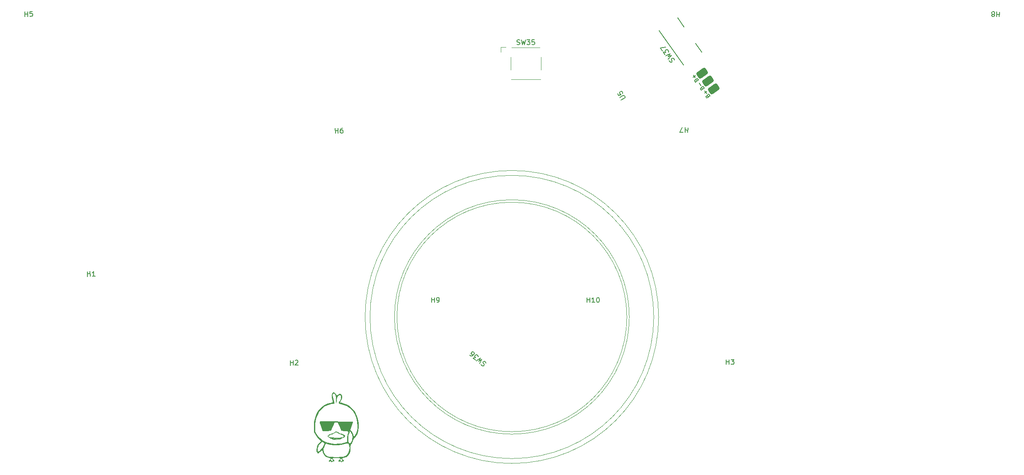
<source format=gbr>
%TF.GenerationSoftware,KiCad,Pcbnew,(6.0.4)*%
%TF.CreationDate,2022-10-17T18:10:13+02:00*%
%TF.ProjectId,Batreeq,42617472-6565-4712-9e6b-696361645f70,rev?*%
%TF.SameCoordinates,Original*%
%TF.FileFunction,Legend,Top*%
%TF.FilePolarity,Positive*%
%FSLAX46Y46*%
G04 Gerber Fmt 4.6, Leading zero omitted, Abs format (unit mm)*
G04 Created by KiCad (PCBNEW (6.0.4)) date 2022-10-17 18:10:13*
%MOMM*%
%LPD*%
G01*
G04 APERTURE LIST*
G04 Aperture macros list*
%AMRoundRect*
0 Rectangle with rounded corners*
0 $1 Rounding radius*
0 $2 $3 $4 $5 $6 $7 $8 $9 X,Y pos of 4 corners*
0 Add a 4 corners polygon primitive as box body*
4,1,4,$2,$3,$4,$5,$6,$7,$8,$9,$2,$3,0*
0 Add four circle primitives for the rounded corners*
1,1,$1+$1,$2,$3*
1,1,$1+$1,$4,$5*
1,1,$1+$1,$6,$7*
1,1,$1+$1,$8,$9*
0 Add four rect primitives between the rounded corners*
20,1,$1+$1,$2,$3,$4,$5,0*
20,1,$1+$1,$4,$5,$6,$7,0*
20,1,$1+$1,$6,$7,$8,$9,0*
20,1,$1+$1,$8,$9,$2,$3,0*%
G04 Aperture macros list end*
%ADD10C,0.150000*%
%ADD11C,0.100000*%
%ADD12C,0.120000*%
%ADD13RoundRect,0.375000X-0.827182X-0.137458X-0.386343X-0.744220X0.827182X0.137458X0.386343X0.744220X0*%
G04 APERTURE END LIST*
D10*
%TO.C,H10*%
X165209250Y-95308456D02*
X165209250Y-94308456D01*
X165209250Y-94784647D02*
X165780679Y-94784647D01*
X165780679Y-95308456D02*
X165780679Y-94308456D01*
X166780679Y-95308456D02*
X166209250Y-95308456D01*
X166494965Y-95308456D02*
X166494965Y-94308456D01*
X166399726Y-94451314D01*
X166304488Y-94546552D01*
X166209250Y-94594171D01*
X167399726Y-94308456D02*
X167494965Y-94308456D01*
X167590203Y-94356076D01*
X167637822Y-94403695D01*
X167685441Y-94498933D01*
X167733060Y-94689409D01*
X167733060Y-94927504D01*
X167685441Y-95117980D01*
X167637822Y-95213218D01*
X167590203Y-95260837D01*
X167494965Y-95308456D01*
X167399726Y-95308456D01*
X167304488Y-95260837D01*
X167256869Y-95213218D01*
X167209250Y-95117980D01*
X167161631Y-94927504D01*
X167161631Y-94689409D01*
X167209250Y-94498933D01*
X167256869Y-94403695D01*
X167304488Y-94356076D01*
X167399726Y-94308456D01*
%TO.C,H8*%
X249509981Y-35810763D02*
X249475082Y-36810154D01*
X249491700Y-36334254D02*
X248920620Y-36314311D01*
X248938901Y-35790821D02*
X248904001Y-36790211D01*
X248300287Y-36340297D02*
X248393806Y-36391210D01*
X248439734Y-36440462D01*
X248484000Y-36537304D01*
X248482338Y-36584894D01*
X248431424Y-36678413D01*
X248382172Y-36724341D01*
X248285331Y-36768607D01*
X248094970Y-36761960D01*
X248001452Y-36711046D01*
X247955524Y-36661794D01*
X247911258Y-36564952D01*
X247912920Y-36517362D01*
X247963833Y-36423844D01*
X248013085Y-36377915D01*
X248109927Y-36333649D01*
X248300287Y-36340297D01*
X248397129Y-36296030D01*
X248446381Y-36250102D01*
X248497295Y-36156584D01*
X248503943Y-35966224D01*
X248459676Y-35869382D01*
X248413748Y-35820130D01*
X248320230Y-35769216D01*
X248129870Y-35762569D01*
X248033028Y-35806835D01*
X247983776Y-35852763D01*
X247932862Y-35946281D01*
X247926215Y-36136641D01*
X247970481Y-36233483D01*
X248016409Y-36282735D01*
X248109927Y-36333649D01*
%TO.C,H9*%
X133427438Y-95308459D02*
X133427438Y-94308459D01*
X133427438Y-94784650D02*
X133998866Y-94784650D01*
X133998866Y-95308459D02*
X133998866Y-94308459D01*
X134522676Y-95308459D02*
X134713152Y-95308459D01*
X134808390Y-95260840D01*
X134856009Y-95213221D01*
X134951247Y-95070364D01*
X134998866Y-94879888D01*
X134998866Y-94498936D01*
X134951247Y-94403698D01*
X134903628Y-94356079D01*
X134808390Y-94308459D01*
X134617914Y-94308459D01*
X134522676Y-94356079D01*
X134475057Y-94403698D01*
X134427438Y-94498936D01*
X134427438Y-94737031D01*
X134475057Y-94832269D01*
X134522676Y-94879888D01*
X134617914Y-94927507D01*
X134808390Y-94927507D01*
X134903628Y-94879888D01*
X134951247Y-94832269D01*
X134998866Y-94737031D01*
%TO.C,H3*%
X193662295Y-108006745D02*
X193662295Y-107006745D01*
X193662295Y-107482936D02*
X194233723Y-107482936D01*
X194233723Y-108006745D02*
X194233723Y-107006745D01*
X194614676Y-107006745D02*
X195233723Y-107006745D01*
X194900390Y-107387698D01*
X195043247Y-107387698D01*
X195138485Y-107435317D01*
X195186104Y-107482936D01*
X195233723Y-107578174D01*
X195233723Y-107816269D01*
X195186104Y-107911507D01*
X195138485Y-107959126D01*
X195043247Y-108006745D01*
X194757533Y-108006745D01*
X194662295Y-107959126D01*
X194614676Y-107911507D01*
%TO.C,H6*%
X113767602Y-60652174D02*
X113750150Y-59652326D01*
X113758460Y-60128444D02*
X114329802Y-60118471D01*
X114338943Y-60642201D02*
X114321491Y-59642353D01*
X115226115Y-59626563D02*
X115035668Y-59629887D01*
X114941275Y-59679161D01*
X114894495Y-59727604D01*
X114801764Y-59872101D01*
X114757477Y-60063380D01*
X114764125Y-60444274D01*
X114813399Y-60538667D01*
X114861842Y-60585447D01*
X114957897Y-60631397D01*
X115148344Y-60628073D01*
X115242736Y-60578799D01*
X115289517Y-60530356D01*
X115335467Y-60434301D01*
X115331312Y-60196242D01*
X115282038Y-60101850D01*
X115233595Y-60055069D01*
X115137540Y-60009119D01*
X114947093Y-60012444D01*
X114852700Y-60061718D01*
X114805920Y-60110160D01*
X114759970Y-60206215D01*
%TO.C,SW36*%
X144568402Y-107693189D02*
X144489576Y-107564884D01*
X144307185Y-107411840D01*
X144203619Y-107387100D01*
X144136532Y-107392969D01*
X144038836Y-107435317D01*
X143977618Y-107508274D01*
X143952878Y-107611839D01*
X143958748Y-107678926D01*
X144001095Y-107776623D01*
X144116400Y-107935537D01*
X144158747Y-108033233D01*
X144164617Y-108100320D01*
X144139877Y-108203886D01*
X144078659Y-108276842D01*
X143980963Y-108319190D01*
X143913876Y-108325059D01*
X143810310Y-108300320D01*
X143627919Y-108147275D01*
X143549093Y-108018970D01*
X143263136Y-107841186D02*
X143723532Y-106922097D01*
X143118484Y-107346836D01*
X143431705Y-106677225D01*
X142606526Y-107290225D01*
X142387656Y-107106571D02*
X141913438Y-106708655D01*
X142413658Y-106631091D01*
X142304223Y-106539265D01*
X142261875Y-106441568D01*
X142256006Y-106374481D01*
X142280745Y-106270916D01*
X142433790Y-106088524D01*
X142531486Y-106046176D01*
X142598574Y-106040307D01*
X142702139Y-106065047D01*
X142921009Y-106248700D01*
X142963357Y-106346396D01*
X142969226Y-106413484D01*
X141256829Y-106157694D02*
X141402742Y-106280130D01*
X141506307Y-106304870D01*
X141573395Y-106299000D01*
X141738178Y-106250783D01*
X141897092Y-106135479D01*
X142141964Y-105843653D01*
X142166703Y-105740087D01*
X142160834Y-105673000D01*
X142118486Y-105575304D01*
X141972573Y-105452868D01*
X141869007Y-105428128D01*
X141801920Y-105433998D01*
X141704224Y-105476345D01*
X141551179Y-105658737D01*
X141526440Y-105762302D01*
X141532309Y-105829390D01*
X141574657Y-105927086D01*
X141720570Y-106049522D01*
X141824136Y-106074261D01*
X141891223Y-106068392D01*
X141988919Y-106026044D01*
%TO.C,H2*%
X104590118Y-108196652D02*
X104555218Y-107197261D01*
X104571837Y-107673162D02*
X105142918Y-107653219D01*
X105161198Y-108176709D02*
X105126299Y-107177319D01*
X105557933Y-107257542D02*
X105603861Y-107208290D01*
X105697379Y-107157376D01*
X105935329Y-107149067D01*
X106032171Y-107193333D01*
X106081423Y-107239261D01*
X106132337Y-107332779D01*
X106135661Y-107427959D01*
X106093056Y-107572391D01*
X105541919Y-108163414D01*
X106160589Y-108141810D01*
%TO.C,PAD1*%
X188677474Y-51417993D02*
X188641118Y-51303142D01*
X188649546Y-51249930D01*
X188688794Y-51174327D01*
X188781253Y-51107152D01*
X188865284Y-51093188D01*
X188918495Y-51101615D01*
X188994099Y-51140863D01*
X189173233Y-51387421D01*
X188526020Y-51857649D01*
X188369277Y-51641911D01*
X188355313Y-51557880D01*
X188363741Y-51504668D01*
X188402988Y-51429065D01*
X188464628Y-51384281D01*
X188548659Y-51370317D01*
X188601871Y-51378745D01*
X188677474Y-51417993D01*
X188834217Y-51633731D01*
X188456447Y-50919342D02*
X188098178Y-50426226D01*
X187501904Y-49799959D02*
X187465548Y-49685108D01*
X187473976Y-49631896D01*
X187513224Y-49556293D01*
X187605683Y-49489118D01*
X187689714Y-49475154D01*
X187742925Y-49483581D01*
X187818529Y-49522829D01*
X187997663Y-49769387D01*
X187350450Y-50239615D01*
X187193707Y-50023877D01*
X187179743Y-49939846D01*
X187188171Y-49886634D01*
X187227418Y-49811031D01*
X187289058Y-49766247D01*
X187373089Y-49752283D01*
X187426301Y-49760711D01*
X187501904Y-49799959D01*
X187658647Y-50015697D01*
X187280877Y-49301308D02*
X186922608Y-48808192D01*
X187348301Y-48875615D02*
X186855185Y-49233885D01*
X189853045Y-53036027D02*
X189816689Y-52921176D01*
X189825117Y-52867964D01*
X189864365Y-52792361D01*
X189956824Y-52725186D01*
X190040855Y-52711222D01*
X190094066Y-52719649D01*
X190169670Y-52758897D01*
X190348804Y-53005455D01*
X189701591Y-53475683D01*
X189544848Y-53259945D01*
X189530884Y-53175914D01*
X189539312Y-53122702D01*
X189578559Y-53047099D01*
X189640199Y-53002315D01*
X189724230Y-52988351D01*
X189777442Y-52996779D01*
X189853045Y-53036027D01*
X190009788Y-53251765D01*
X189632018Y-52537376D02*
X189273749Y-52044260D01*
X189699442Y-52111683D02*
X189206326Y-52469953D01*
%TO.C,H1*%
X63087440Y-89990612D02*
X63052540Y-88991221D01*
X63069159Y-89467122D02*
X63640240Y-89447179D01*
X63658520Y-89970669D02*
X63623621Y-88971279D01*
X64657911Y-89935770D02*
X64086831Y-89955712D01*
X64372371Y-89945741D02*
X64337471Y-88946350D01*
X64247277Y-89092444D01*
X64155421Y-89190948D01*
X64061902Y-89241862D01*
%TO.C,H7*%
X185824249Y-59508512D02*
X185789350Y-60507903D01*
X185805968Y-60032003D02*
X185234888Y-60012060D01*
X185253169Y-59488570D02*
X185218269Y-60487960D01*
X184837549Y-60474665D02*
X184171288Y-60451399D01*
X184634498Y-59466965D01*
%TO.C,U5*%
X172137356Y-53857755D02*
X172858647Y-53490239D01*
X172921886Y-53404573D01*
X172942696Y-53340526D01*
X172941888Y-53234049D01*
X172855414Y-53064334D01*
X172769748Y-53001095D01*
X172705700Y-52980284D01*
X172599224Y-52981093D01*
X171877933Y-53348609D01*
X171445561Y-52500031D02*
X171661747Y-52924320D01*
X172107654Y-52750563D01*
X172043607Y-52729753D01*
X171957941Y-52666514D01*
X171849848Y-52454369D01*
X171849039Y-52347893D01*
X171869850Y-52283845D01*
X171933089Y-52198179D01*
X172145233Y-52090086D01*
X172251710Y-52089278D01*
X172315757Y-52110088D01*
X172401423Y-52173327D01*
X172509516Y-52385472D01*
X172510324Y-52491948D01*
X172489514Y-52555996D01*
%TO.C,SW35*%
X150867823Y-42472839D02*
X151010680Y-42520458D01*
X151248775Y-42520458D01*
X151344013Y-42472839D01*
X151391632Y-42425220D01*
X151439251Y-42329982D01*
X151439251Y-42234744D01*
X151391632Y-42139506D01*
X151344013Y-42091887D01*
X151248775Y-42044268D01*
X151058299Y-41996649D01*
X150963061Y-41949030D01*
X150915442Y-41901411D01*
X150867823Y-41806173D01*
X150867823Y-41710935D01*
X150915442Y-41615697D01*
X150963061Y-41568078D01*
X151058299Y-41520458D01*
X151296394Y-41520458D01*
X151439251Y-41568078D01*
X151772585Y-41520458D02*
X152010680Y-42520458D01*
X152201156Y-41806173D01*
X152391632Y-42520458D01*
X152629727Y-41520458D01*
X152915442Y-41520458D02*
X153534489Y-41520458D01*
X153201156Y-41901411D01*
X153344013Y-41901411D01*
X153439251Y-41949030D01*
X153486870Y-41996649D01*
X153534489Y-42091887D01*
X153534489Y-42329982D01*
X153486870Y-42425220D01*
X153439251Y-42472839D01*
X153344013Y-42520458D01*
X153058299Y-42520458D01*
X152963061Y-42472839D01*
X152915442Y-42425220D01*
X154439251Y-41520458D02*
X153963061Y-41520458D01*
X153915442Y-41996649D01*
X153963061Y-41949030D01*
X154058299Y-41901411D01*
X154296394Y-41901411D01*
X154391632Y-41949030D01*
X154439251Y-41996649D01*
X154486870Y-42091887D01*
X154486870Y-42329982D01*
X154439251Y-42425220D01*
X154391632Y-42472839D01*
X154296394Y-42520458D01*
X154058299Y-42520458D01*
X153963061Y-42472839D01*
X153915442Y-42425220D01*
%TO.C,SW37*%
X183065996Y-45687956D02*
X183023064Y-45543621D01*
X182886498Y-45348585D01*
X182792865Y-45297883D01*
X182726544Y-45286189D01*
X182621217Y-45301808D01*
X182543202Y-45356435D01*
X182492501Y-45450068D01*
X182480807Y-45516389D01*
X182496426Y-45621716D01*
X182566671Y-45805058D01*
X182582290Y-45910386D01*
X182570596Y-45976706D01*
X182519895Y-46070340D01*
X182441880Y-46124966D01*
X182336553Y-46140585D01*
X182270232Y-46128891D01*
X182176599Y-46078190D01*
X182040033Y-45883154D01*
X181997101Y-45738819D01*
X181766901Y-45493081D02*
X182449488Y-44724469D01*
X181755126Y-44978137D01*
X182230982Y-44412411D01*
X181275264Y-44790951D01*
X181111385Y-44556908D02*
X180756314Y-44049814D01*
X181259564Y-44104359D01*
X181177625Y-43987337D01*
X181162006Y-43882010D01*
X181173700Y-43815689D01*
X181224401Y-43722056D01*
X181419437Y-43585490D01*
X181524765Y-43569871D01*
X181591085Y-43581565D01*
X181684719Y-43632266D01*
X181848598Y-43866310D01*
X181864217Y-43971637D01*
X181852523Y-44037958D01*
X180565122Y-43776763D02*
X180182738Y-43230662D01*
X181247708Y-43008150D01*
%TO.C,H5*%
X50313336Y-36777998D02*
X50278436Y-35778607D01*
X50295055Y-36254508D02*
X50866136Y-36234565D01*
X50884416Y-36758055D02*
X50849517Y-35758665D01*
X51801318Y-35725427D02*
X51325417Y-35742046D01*
X51294446Y-36219608D01*
X51340374Y-36170356D01*
X51433892Y-36119442D01*
X51671842Y-36111133D01*
X51768684Y-36155399D01*
X51817936Y-36201327D01*
X51868850Y-36294846D01*
X51877160Y-36532796D01*
X51832893Y-36629638D01*
X51786965Y-36678890D01*
X51693447Y-36729803D01*
X51455497Y-36738113D01*
X51358655Y-36693847D01*
X51309403Y-36647918D01*
%TO.C,U1*%
%TO.C,G\u002A\u002A\u002A*%
G36*
X112946223Y-123250294D02*
G01*
X112802500Y-123180919D01*
X112469303Y-123005502D01*
X112273844Y-122867817D01*
X112193661Y-122750734D01*
X112192891Y-122744894D01*
X112369130Y-122744894D01*
X112385555Y-122765777D01*
X112565983Y-122860637D01*
X112876248Y-122938544D01*
X113277487Y-122997150D01*
X113730834Y-123034105D01*
X114197425Y-123047063D01*
X114638396Y-123033673D01*
X115014882Y-122991589D01*
X115236667Y-122938054D01*
X115464017Y-122828460D01*
X115522717Y-122713241D01*
X115413306Y-122593698D01*
X115136325Y-122471135D01*
X115028323Y-122436304D01*
X114726810Y-122326410D01*
X114469835Y-122201366D01*
X114345533Y-122115329D01*
X114083922Y-121968350D01*
X113798867Y-121985550D01*
X113571858Y-122113069D01*
X113369029Y-122231633D01*
X113081997Y-122352728D01*
X112906646Y-122410514D01*
X112576632Y-122527458D01*
X112394352Y-122641037D01*
X112369130Y-122744894D01*
X112192891Y-122744894D01*
X112188667Y-122712873D01*
X112267767Y-122525790D01*
X112482908Y-122364813D01*
X112800845Y-122251908D01*
X112920545Y-122229263D01*
X113216681Y-122140942D01*
X113497273Y-121992994D01*
X113516517Y-121979133D01*
X113814795Y-121814040D01*
X114082192Y-121804342D01*
X114356181Y-121950513D01*
X114405440Y-121990333D01*
X114617405Y-122130438D01*
X114813921Y-122201682D01*
X114840996Y-122203859D01*
X115028597Y-122239386D01*
X115284747Y-122326666D01*
X115390908Y-122371773D01*
X115621319Y-122494866D01*
X115721479Y-122608757D01*
X115729575Y-122721100D01*
X115653718Y-122898121D01*
X115575333Y-122969783D01*
X115174004Y-123170271D01*
X114867942Y-123302338D01*
X114605688Y-123382090D01*
X114335781Y-123425633D01*
X114051333Y-123446775D01*
X113715253Y-123457950D01*
X113465142Y-123438742D01*
X113231849Y-123374430D01*
X113172230Y-123348519D01*
X113736044Y-123348519D01*
X113842418Y-123361803D01*
X113966667Y-123364273D01*
X114149788Y-123357668D01*
X114200057Y-123340782D01*
X114157167Y-123327581D01*
X113910449Y-123313574D01*
X113776167Y-123327581D01*
X113736044Y-123348519D01*
X113172230Y-123348519D01*
X113020151Y-123282424D01*
X113326055Y-123282424D01*
X113409278Y-123295982D01*
X113519092Y-123280416D01*
X113520403Y-123251514D01*
X113407086Y-123231302D01*
X113358125Y-123244830D01*
X113326055Y-123282424D01*
X113020151Y-123282424D01*
X112946223Y-123250294D01*
G37*
G36*
X114559333Y-127558688D02*
G01*
X114705540Y-127409332D01*
X114728937Y-127305538D01*
X114618013Y-127240288D01*
X114361257Y-127206564D01*
X113966667Y-127197333D01*
X113631108Y-127204690D01*
X113370943Y-127224395D01*
X113223942Y-127252903D01*
X113204667Y-127268878D01*
X113261279Y-127373387D01*
X113374000Y-127493667D01*
X113509387Y-127660835D01*
X113539233Y-127795994D01*
X113462939Y-127859921D01*
X113379468Y-127851564D01*
X113222860Y-127866398D01*
X113170458Y-127926356D01*
X113068956Y-128035177D01*
X112948213Y-128000050D01*
X112897213Y-127918550D01*
X112817086Y-127838038D01*
X112693769Y-127876217D01*
X112524939Y-127949921D01*
X112454899Y-127913715D01*
X112442667Y-127790717D01*
X112483973Y-127681925D01*
X112645036Y-127681925D01*
X112739585Y-127676575D01*
X112811279Y-127630947D01*
X112911419Y-127587828D01*
X112979204Y-127688159D01*
X112991633Y-127724715D01*
X113042603Y-127847021D01*
X113079643Y-127814375D01*
X113091945Y-127773526D01*
X113186511Y-127669609D01*
X113273471Y-127675574D01*
X113345225Y-127682347D01*
X113283630Y-127607412D01*
X113236030Y-127565048D01*
X113084885Y-127404381D01*
X113009881Y-127282000D01*
X112971843Y-127209287D01*
X112957351Y-127300188D01*
X112883743Y-127451266D01*
X112774082Y-127539881D01*
X112656426Y-127628654D01*
X112645036Y-127681925D01*
X112483973Y-127681925D01*
X112509258Y-127615328D01*
X112612000Y-127516351D01*
X112756231Y-127390289D01*
X112744263Y-127283560D01*
X112571377Y-127189755D01*
X112321139Y-127121292D01*
X111867786Y-126937019D01*
X111495769Y-126619178D01*
X111232341Y-126194667D01*
X111154954Y-125970314D01*
X111053684Y-125591676D01*
X110838009Y-125728766D01*
X110623927Y-125895796D01*
X110432153Y-126087095D01*
X110241972Y-126308333D01*
X110062558Y-126096667D01*
X109931987Y-125821759D01*
X109910718Y-125559932D01*
X110157449Y-125559932D01*
X110165017Y-125785442D01*
X110202010Y-125914029D01*
X110226186Y-125927333D01*
X110318619Y-125872824D01*
X110492418Y-125730307D01*
X110665380Y-125571779D01*
X111355529Y-125571779D01*
X111437471Y-125951525D01*
X111538746Y-126188085D01*
X111716306Y-126459822D01*
X111940130Y-126668617D01*
X112231181Y-126820568D01*
X112610419Y-126921771D01*
X113098806Y-126978324D01*
X113717303Y-126996325D01*
X114288465Y-126987941D01*
X114771045Y-126971116D01*
X115122605Y-126947484D01*
X115381454Y-126911307D01*
X115585903Y-126856850D01*
X115774260Y-126778376D01*
X115812465Y-126759744D01*
X116186166Y-126484326D01*
X116458741Y-126095514D01*
X116618145Y-125623920D01*
X116652334Y-125100157D01*
X116602774Y-124750964D01*
X116517753Y-124443084D01*
X116409551Y-124265532D01*
X116243290Y-124201754D01*
X115984091Y-124235197D01*
X115692429Y-124318920D01*
X115015775Y-124473959D01*
X114259327Y-124551480D01*
X113495416Y-124548341D01*
X112796372Y-124461397D01*
X112731216Y-124447618D01*
X112397320Y-124368517D01*
X112115665Y-124292230D01*
X111937404Y-124232842D01*
X111917053Y-124223398D01*
X111815070Y-124201342D01*
X111743327Y-124289845D01*
X111685952Y-124468372D01*
X111595901Y-124725446D01*
X111488361Y-124935179D01*
X111473424Y-124956283D01*
X111366564Y-125222110D01*
X111355529Y-125571779D01*
X110665380Y-125571779D01*
X110697671Y-125542183D01*
X110928397Y-125282831D01*
X111153054Y-124966366D01*
X111343510Y-124640189D01*
X111471632Y-124351699D01*
X111510506Y-124172674D01*
X111442946Y-124066010D01*
X111277955Y-123948466D01*
X111265387Y-123941831D01*
X111117026Y-123874743D01*
X111007215Y-123877717D01*
X110884265Y-123970322D01*
X110716978Y-124149438D01*
X110511103Y-124410223D01*
X110338154Y-124684925D01*
X110285591Y-124792787D01*
X110220306Y-125014510D01*
X110176736Y-125286590D01*
X110157449Y-125559932D01*
X109910718Y-125559932D01*
X109902447Y-125458121D01*
X109964615Y-125045459D01*
X110109167Y-124623475D01*
X110326781Y-124231877D01*
X110567115Y-123947908D01*
X110823739Y-123704150D01*
X110365244Y-123285112D01*
X109888688Y-122740137D01*
X109629541Y-122302691D01*
X109509386Y-122049493D01*
X109430325Y-121841715D01*
X109383997Y-121632215D01*
X109362039Y-121373850D01*
X109356086Y-121019475D01*
X109356616Y-120764154D01*
X109359740Y-120720333D01*
X109615941Y-120720333D01*
X109619645Y-121133511D01*
X109641067Y-121433576D01*
X109689929Y-121676562D01*
X109775950Y-121918501D01*
X109855089Y-122098878D01*
X110198549Y-122659745D01*
X110683273Y-123169465D01*
X111284364Y-123609522D01*
X111976928Y-123961400D01*
X112666057Y-124189468D01*
X113145031Y-124266872D01*
X113725559Y-124294747D01*
X114348033Y-124275537D01*
X114952848Y-124211687D01*
X115480397Y-124105640D01*
X115605484Y-124068931D01*
X116185968Y-123882980D01*
X116132540Y-123444656D01*
X116141710Y-122981448D01*
X116388126Y-122981448D01*
X116389955Y-123383989D01*
X116437413Y-123744741D01*
X116530020Y-124004789D01*
X116537379Y-124016480D01*
X116690388Y-124250000D01*
X116888529Y-124063856D01*
X117028375Y-123867951D01*
X117149202Y-123591765D01*
X117184109Y-123471543D01*
X117238966Y-122915583D01*
X117146506Y-122372398D01*
X116969926Y-121978397D01*
X116846492Y-121787286D01*
X116775452Y-121728016D01*
X116728892Y-121783346D01*
X116715091Y-121821000D01*
X116641688Y-122011697D01*
X116537487Y-122255148D01*
X116523277Y-122286667D01*
X116432407Y-122596035D01*
X116388126Y-122981448D01*
X116141710Y-122981448D01*
X116144341Y-122848523D01*
X116212827Y-122540667D01*
X116324641Y-122159753D01*
X116384490Y-121914295D01*
X116374205Y-121773823D01*
X116275619Y-121707866D01*
X116070565Y-121685955D01*
X115740875Y-121677620D01*
X115697431Y-121676264D01*
X114954433Y-121651667D01*
X114607607Y-120805000D01*
X114260780Y-119958333D01*
X113600236Y-119958333D01*
X112906488Y-121651667D01*
X112054432Y-121675631D01*
X111202375Y-121699596D01*
X110847734Y-120759192D01*
X110713724Y-120384589D01*
X110612804Y-120064613D01*
X110554950Y-119833771D01*
X110549517Y-119727492D01*
X110627857Y-119703062D01*
X110833214Y-119685386D01*
X111172688Y-119674394D01*
X111653380Y-119670020D01*
X112282392Y-119672195D01*
X113066823Y-119680851D01*
X113954865Y-119694882D01*
X114690855Y-119708614D01*
X115372622Y-119722940D01*
X115981898Y-119737357D01*
X116500411Y-119751361D01*
X116909891Y-119764446D01*
X117192069Y-119776109D01*
X117328673Y-119785844D01*
X117338531Y-119788309D01*
X117326877Y-119877567D01*
X117267520Y-120090029D01*
X117171063Y-120389918D01*
X117094253Y-120612627D01*
X116815234Y-121402203D01*
X117039976Y-121626946D01*
X117201757Y-121856614D01*
X117349376Y-122184517D01*
X117407421Y-122364961D01*
X117550123Y-122878235D01*
X117762642Y-122565485D01*
X118025258Y-122108098D01*
X118189744Y-121632389D01*
X118270402Y-121085947D01*
X118284667Y-120652547D01*
X118215481Y-119744287D01*
X118014080Y-118907595D01*
X117689700Y-118155084D01*
X117251577Y-117499363D01*
X116708947Y-116953044D01*
X116071044Y-116528738D01*
X115347106Y-116239056D01*
X114990963Y-116155084D01*
X114661663Y-116078448D01*
X114490366Y-115984219D01*
X114466088Y-115844021D01*
X114577843Y-115629476D01*
X114714666Y-115441379D01*
X114892317Y-115119521D01*
X114940333Y-114783324D01*
X114906344Y-114461862D01*
X114802472Y-114292553D01*
X114625857Y-114272047D01*
X114532704Y-114305439D01*
X114318808Y-114488914D01*
X114153105Y-114803910D01*
X114050038Y-115216010D01*
X114023499Y-115518791D01*
X114004614Y-115834664D01*
X113975268Y-115992066D01*
X113941910Y-116001014D01*
X113910985Y-115871525D01*
X113888940Y-115613614D01*
X113882000Y-115298947D01*
X113856276Y-114759054D01*
X113781024Y-114355114D01*
X113659124Y-114096161D01*
X113493455Y-113991230D01*
X113464600Y-113989333D01*
X113302751Y-114063993D01*
X113241173Y-114194074D01*
X113230571Y-114412506D01*
X113266211Y-114734288D01*
X113337828Y-115103142D01*
X113435154Y-115462793D01*
X113511243Y-115674500D01*
X113582787Y-115867813D01*
X113608370Y-115979284D01*
X113606033Y-115986855D01*
X113517540Y-116014521D01*
X113305904Y-116065434D01*
X113013978Y-116129384D01*
X112963297Y-116140015D01*
X112157140Y-116378505D01*
X111469288Y-116735885D01*
X110892076Y-117217881D01*
X110417839Y-117830222D01*
X110212649Y-118195563D01*
X109906894Y-118895777D01*
X109717449Y-119575351D01*
X109628153Y-120302667D01*
X109615941Y-120720333D01*
X109359740Y-120720333D01*
X109425922Y-119792039D01*
X109620196Y-118901534D01*
X109932270Y-118103047D01*
X110354975Y-117406986D01*
X110881144Y-116823759D01*
X111503609Y-116363776D01*
X112215202Y-116037445D01*
X112702250Y-115905936D01*
X112972817Y-115845245D01*
X113169451Y-115790880D01*
X113238921Y-115761301D01*
X113243004Y-115662070D01*
X113207411Y-115451986D01*
X113160220Y-115255396D01*
X113056204Y-114737051D01*
X113040479Y-114310671D01*
X113112325Y-113996306D01*
X113210452Y-113857097D01*
X113350685Y-113753978D01*
X113478056Y-113758761D01*
X113612619Y-113825884D01*
X113819983Y-113999380D01*
X113951363Y-114185502D01*
X114063059Y-114417853D01*
X114317692Y-114203593D01*
X114527802Y-114044763D01*
X114677236Y-114005440D01*
X114824679Y-114085019D01*
X114944182Y-114197151D01*
X115114331Y-114479520D01*
X115157710Y-114830440D01*
X115074591Y-115206509D01*
X114936148Y-115469111D01*
X114812821Y-115661770D01*
X114748172Y-115784701D01*
X114745648Y-115805223D01*
X114835295Y-115831313D01*
X115041521Y-115880389D01*
X115255348Y-115927813D01*
X116008709Y-116173878D01*
X116683335Y-116565011D01*
X117270482Y-117092088D01*
X117761406Y-117745985D01*
X118147363Y-118517578D01*
X118363484Y-119171002D01*
X118539146Y-120051943D01*
X118581690Y-120870395D01*
X118493088Y-121614726D01*
X118275313Y-122273305D01*
X117930338Y-122834502D01*
X117699553Y-123085674D01*
X117535497Y-123276574D01*
X117444508Y-123450282D01*
X117438000Y-123491213D01*
X117395990Y-123685810D01*
X117291902Y-123929630D01*
X117158652Y-124160591D01*
X117029155Y-124316608D01*
X116985814Y-124344111D01*
X116924865Y-124409419D01*
X116888736Y-124566771D01*
X116873430Y-124844296D01*
X116873097Y-125137720D01*
X116868592Y-125545742D01*
X116838655Y-125842160D01*
X116774186Y-126083914D01*
X116690911Y-126277715D01*
X116401216Y-126690139D01*
X116000745Y-126990371D01*
X115524172Y-127152623D01*
X115511833Y-127154648D01*
X115255301Y-127225049D01*
X115160833Y-127325268D01*
X115230994Y-127450436D01*
X115321333Y-127516351D01*
X115456724Y-127652018D01*
X115481274Y-127786810D01*
X115392510Y-127868363D01*
X115338267Y-127874667D01*
X115146714Y-127930916D01*
X115078567Y-127980500D01*
X114974129Y-128035385D01*
X114868948Y-127947540D01*
X114858095Y-127933100D01*
X114747008Y-127840191D01*
X114689464Y-127869600D01*
X114572607Y-127952688D01*
X114445808Y-127934237D01*
X114390000Y-127831504D01*
X114426031Y-127742005D01*
X114596701Y-127742005D01*
X114611106Y-127751800D01*
X114673360Y-127706771D01*
X114803020Y-127633693D01*
X114889769Y-127695085D01*
X114924456Y-127751666D01*
X114999322Y-127861162D01*
X115036607Y-127824719D01*
X115048566Y-127773526D01*
X115134620Y-127668462D01*
X115220804Y-127672453D01*
X115279675Y-127670385D01*
X115192500Y-127587384D01*
X115173167Y-127572766D01*
X115029424Y-127421397D01*
X114975982Y-127292840D01*
X114961929Y-127204470D01*
X114923135Y-127281282D01*
X114922873Y-127282000D01*
X114836538Y-127434236D01*
X114696723Y-127618104D01*
X114596701Y-127742005D01*
X114426031Y-127742005D01*
X114449751Y-127683086D01*
X114559333Y-127558688D01*
G37*
D11*
%TO.C,SW36*%
X173336847Y-98302077D02*
G75*
G03*
X173336847Y-98302077I-23493500J0D01*
G01*
X173843348Y-98302077D02*
G75*
G03*
X173843348Y-98302077I-24000001J0D01*
G01*
X178843347Y-98302077D02*
G75*
G03*
X178843347Y-98302077I-29000000J0D01*
G01*
X179843347Y-98302077D02*
G75*
G03*
X179843347Y-98302077I-30000000J0D01*
G01*
D12*
%TO.C,SW35*%
X149577347Y-45068078D02*
X149577347Y-47668078D01*
X155577347Y-43118078D02*
X149777347Y-43118078D01*
X147577347Y-43068078D02*
X148577347Y-43068078D01*
X155677347Y-49618078D02*
X149677347Y-49618078D01*
X147577347Y-44068078D02*
X147577347Y-43068078D01*
X155777347Y-45068078D02*
X155777347Y-47668078D01*
D10*
%TO.C,SW37*%
X184883665Y-46723057D02*
X179950908Y-39678349D01*
X185038233Y-38923947D02*
X183719007Y-37039897D01*
X188651765Y-44084605D02*
X187389896Y-42282470D01*
%TD*%
D13*
%TO.C,PAD1*%
X191098000Y-51590000D03*
X189922429Y-49971966D03*
X188746858Y-48353932D03*
%TD*%
M02*

</source>
